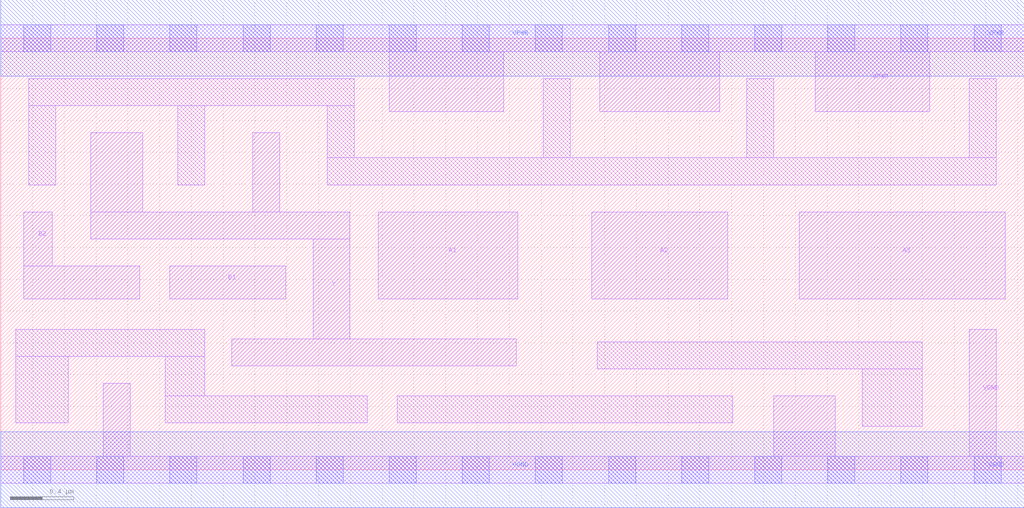
<source format=lef>
# Copyright 2020 The SkyWater PDK Authors
#
# Licensed under the Apache License, Version 2.0 (the "License");
# you may not use this file except in compliance with the License.
# You may obtain a copy of the License at
#
#     https://www.apache.org/licenses/LICENSE-2.0
#
# Unless required by applicable law or agreed to in writing, software
# distributed under the License is distributed on an "AS IS" BASIS,
# WITHOUT WARRANTIES OR CONDITIONS OF ANY KIND, either express or implied.
# See the License for the specific language governing permissions and
# limitations under the License.
#
# SPDX-License-Identifier: Apache-2.0

VERSION 5.7 ;
  NAMESCASESENSITIVE ON ;
  NOWIREEXTENSIONATPIN ON ;
  DIVIDERCHAR "/" ;
  BUSBITCHARS "[]" ;
UNITS
  DATABASE MICRONS 200 ;
END UNITS
PROPERTYDEFINITIONS
  MACRO maskLayoutSubType STRING ;
  MACRO prCellType STRING ;
  MACRO originalViewName STRING ;
END PROPERTYDEFINITIONS
MACRO sky130_fd_sc_hdll__a32oi_2
  CLASS CORE ;
  FOREIGN sky130_fd_sc_hdll__a32oi_2 ;
  ORIGIN  0.000000  0.000000 ;
  SIZE  6.440000 BY  2.720000 ;
  SYMMETRY X Y R90 ;
  SITE unithd ;
  PIN A1
    ANTENNAGATEAREA  0.555000 ;
    DIRECTION INPUT ;
    USE SIGNAL ;
    PORT
      LAYER li1 ;
        RECT 2.375000 1.075000 3.255000 1.625000 ;
    END
  END A1
  PIN A2
    ANTENNAGATEAREA  0.555000 ;
    DIRECTION INPUT ;
    USE SIGNAL ;
    PORT
      LAYER li1 ;
        RECT 3.720000 1.075000 4.575000 1.625000 ;
    END
  END A2
  PIN A3
    ANTENNAGATEAREA  0.555000 ;
    DIRECTION INPUT ;
    USE SIGNAL ;
    PORT
      LAYER li1 ;
        RECT 5.025000 1.075000 6.320000 1.625000 ;
    END
  END A3
  PIN B1
    ANTENNAGATEAREA  0.555000 ;
    DIRECTION INPUT ;
    USE SIGNAL ;
    PORT
      LAYER li1 ;
        RECT 1.065000 1.075000 1.795000 1.285000 ;
    END
  END B1
  PIN B2
    ANTENNAGATEAREA  0.555000 ;
    DIRECTION INPUT ;
    USE SIGNAL ;
    PORT
      LAYER li1 ;
        RECT 0.145000 1.075000 0.875000 1.285000 ;
        RECT 0.145000 1.285000 0.325000 1.625000 ;
    END
  END B2
  PIN Y
    ANTENNADIFFAREA  0.996000 ;
    DIRECTION OUTPUT ;
    USE SIGNAL ;
    PORT
      LAYER li1 ;
        RECT 0.565000 1.455000 2.195000 1.625000 ;
        RECT 0.565000 1.625000 0.895000 2.125000 ;
        RECT 1.455000 0.655000 3.245000 0.825000 ;
        RECT 1.585000 1.625000 1.755000 2.125000 ;
        RECT 1.965000 0.825000 2.195000 1.455000 ;
    END
  END Y
  PIN VGND
    DIRECTION INOUT ;
    USE GROUND ;
    PORT
      LAYER li1 ;
        RECT 0.000000 -0.085000 6.440000 0.085000 ;
        RECT 0.645000  0.085000 0.815000 0.545000 ;
        RECT 4.865000  0.085000 5.250000 0.465000 ;
        RECT 6.095000  0.085000 6.265000 0.885000 ;
      LAYER mcon ;
        RECT 0.145000 -0.085000 0.315000 0.085000 ;
        RECT 0.605000 -0.085000 0.775000 0.085000 ;
        RECT 1.065000 -0.085000 1.235000 0.085000 ;
        RECT 1.525000 -0.085000 1.695000 0.085000 ;
        RECT 1.985000 -0.085000 2.155000 0.085000 ;
        RECT 2.445000 -0.085000 2.615000 0.085000 ;
        RECT 2.905000 -0.085000 3.075000 0.085000 ;
        RECT 3.365000 -0.085000 3.535000 0.085000 ;
        RECT 3.825000 -0.085000 3.995000 0.085000 ;
        RECT 4.285000 -0.085000 4.455000 0.085000 ;
        RECT 4.745000 -0.085000 4.915000 0.085000 ;
        RECT 5.205000 -0.085000 5.375000 0.085000 ;
        RECT 5.665000 -0.085000 5.835000 0.085000 ;
        RECT 6.125000 -0.085000 6.295000 0.085000 ;
      LAYER met1 ;
        RECT 0.000000 -0.240000 6.440000 0.240000 ;
    END
  END VGND
  PIN VPWR
    DIRECTION INOUT ;
    USE POWER ;
    PORT
      LAYER li1 ;
        RECT 0.000000 2.635000 6.440000 2.805000 ;
        RECT 2.445000 2.255000 3.165000 2.635000 ;
        RECT 3.770000 2.255000 4.525000 2.635000 ;
        RECT 5.125000 2.255000 5.845000 2.635000 ;
      LAYER mcon ;
        RECT 0.145000 2.635000 0.315000 2.805000 ;
        RECT 0.605000 2.635000 0.775000 2.805000 ;
        RECT 1.065000 2.635000 1.235000 2.805000 ;
        RECT 1.525000 2.635000 1.695000 2.805000 ;
        RECT 1.985000 2.635000 2.155000 2.805000 ;
        RECT 2.445000 2.635000 2.615000 2.805000 ;
        RECT 2.905000 2.635000 3.075000 2.805000 ;
        RECT 3.365000 2.635000 3.535000 2.805000 ;
        RECT 3.825000 2.635000 3.995000 2.805000 ;
        RECT 4.285000 2.635000 4.455000 2.805000 ;
        RECT 4.745000 2.635000 4.915000 2.805000 ;
        RECT 5.205000 2.635000 5.375000 2.805000 ;
        RECT 5.665000 2.635000 5.835000 2.805000 ;
        RECT 6.125000 2.635000 6.295000 2.805000 ;
      LAYER met1 ;
        RECT 0.000000 2.480000 6.440000 2.960000 ;
    END
  END VPWR
  OBS
    LAYER li1 ;
      RECT 0.095000 0.295000 0.425000 0.715000 ;
      RECT 0.095000 0.715000 1.285000 0.885000 ;
      RECT 0.175000 1.795000 0.345000 2.295000 ;
      RECT 0.175000 2.295000 2.225000 2.465000 ;
      RECT 1.035000 0.295000 2.305000 0.465000 ;
      RECT 1.035000 0.465000 1.285000 0.715000 ;
      RECT 1.115000 1.795000 1.285000 2.295000 ;
      RECT 2.055000 1.795000 6.265000 1.965000 ;
      RECT 2.055000 1.965000 2.225000 2.295000 ;
      RECT 2.495000 0.295000 4.605000 0.465000 ;
      RECT 3.415000 1.965000 3.585000 2.465000 ;
      RECT 3.755000 0.635000 5.800000 0.805000 ;
      RECT 4.695000 1.965000 4.865000 2.465000 ;
      RECT 5.420000 0.275000 5.800000 0.635000 ;
      RECT 6.095000 1.965000 6.265000 2.465000 ;
  END
  PROPERTY maskLayoutSubType "abstract" ;
  PROPERTY prCellType "standard" ;
  PROPERTY originalViewName "layout" ;
END sky130_fd_sc_hdll__a32oi_2

</source>
